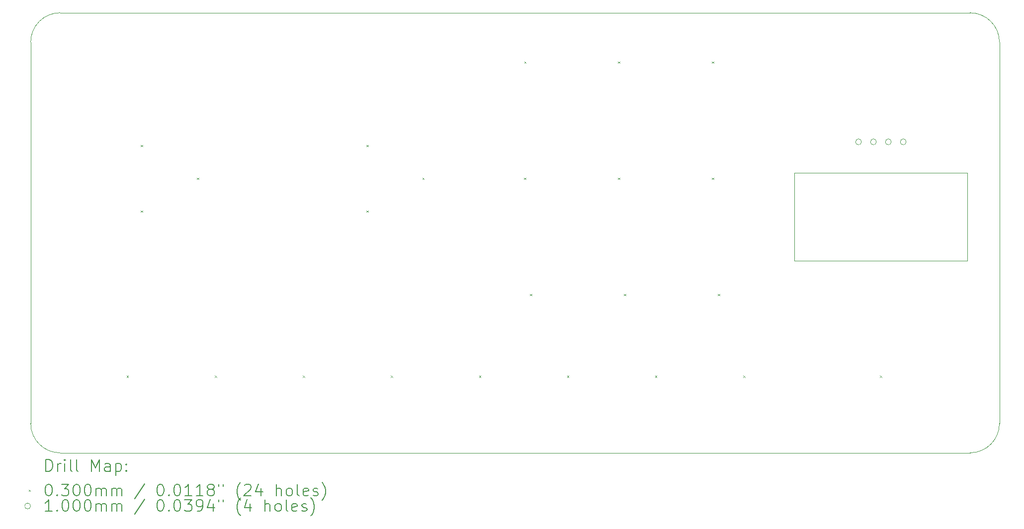
<source format=gbr>
%TF.GenerationSoftware,KiCad,Pcbnew,8.0.2*%
%TF.CreationDate,2024-05-04T10:09:35+05:30*%
%TF.ProjectId,macroglider,6d616372-6f67-46c6-9964-65722e6b6963,V1*%
%TF.SameCoordinates,Original*%
%TF.FileFunction,Drillmap*%
%TF.FilePolarity,Positive*%
%FSLAX45Y45*%
G04 Gerber Fmt 4.5, Leading zero omitted, Abs format (unit mm)*
G04 Created by KiCad (PCBNEW 8.0.2) date 2024-05-04 10:09:35*
%MOMM*%
%LPD*%
G01*
G04 APERTURE LIST*
%ADD10C,0.050000*%
%ADD11C,0.100000*%
%ADD12C,0.200000*%
G04 APERTURE END LIST*
D10*
X7500000Y-6000000D02*
G75*
G02*
X8000000Y-5500000I500000J0D01*
G01*
X8000000Y-13000000D02*
G75*
G02*
X7500000Y-12500000I0J500000D01*
G01*
X8000000Y-13000000D02*
X23500000Y-13000000D01*
X8000000Y-5500000D02*
X23500000Y-5500000D01*
X24000000Y-12500000D02*
G75*
G02*
X23500000Y-13000000I-500000J0D01*
G01*
X7500000Y-12500000D02*
X7500000Y-6000000D01*
X23500000Y-5500000D02*
G75*
G02*
X24000000Y-6000000I0J-500000D01*
G01*
X24000000Y-12500000D02*
X24000000Y-6000000D01*
D11*
X20509500Y-8230000D02*
X23452500Y-8230000D01*
X23452500Y-9731000D01*
X20509500Y-9731000D01*
X20509500Y-8230000D01*
D12*
D11*
X9135000Y-11685000D02*
X9165000Y-11715000D01*
X9165000Y-11685000D02*
X9135000Y-11715000D01*
X9377378Y-7751200D02*
X9407378Y-7781200D01*
X9407378Y-7751200D02*
X9377378Y-7781200D01*
X9377378Y-8868800D02*
X9407378Y-8898800D01*
X9407378Y-8868800D02*
X9377378Y-8898800D01*
X10329878Y-8310000D02*
X10359878Y-8340000D01*
X10359878Y-8310000D02*
X10329878Y-8340000D01*
X10635000Y-11685000D02*
X10665000Y-11715000D01*
X10665000Y-11685000D02*
X10635000Y-11715000D01*
X12135000Y-11685000D02*
X12165000Y-11715000D01*
X12165000Y-11685000D02*
X12135000Y-11715000D01*
X13217500Y-7751200D02*
X13247500Y-7781200D01*
X13247500Y-7751200D02*
X13217500Y-7781200D01*
X13217500Y-8868800D02*
X13247500Y-8898800D01*
X13247500Y-8868800D02*
X13217500Y-8898800D01*
X13635000Y-11685000D02*
X13665000Y-11715000D01*
X13665000Y-11685000D02*
X13635000Y-11715000D01*
X14170000Y-8310000D02*
X14200000Y-8340000D01*
X14200000Y-8310000D02*
X14170000Y-8340000D01*
X15135000Y-11685000D02*
X15165000Y-11715000D01*
X15165000Y-11685000D02*
X15135000Y-11715000D01*
X15905000Y-8310000D02*
X15935000Y-8340000D01*
X15935000Y-8310000D02*
X15905000Y-8340000D01*
X15905320Y-6330000D02*
X15935320Y-6360000D01*
X15935320Y-6330000D02*
X15905320Y-6360000D01*
X16005000Y-10290000D02*
X16035000Y-10320000D01*
X16035000Y-10290000D02*
X16005000Y-10320000D01*
X16635000Y-11685000D02*
X16665000Y-11715000D01*
X16665000Y-11685000D02*
X16635000Y-11715000D01*
X17505000Y-8310000D02*
X17535000Y-8340000D01*
X17535000Y-8310000D02*
X17505000Y-8340000D01*
X17505320Y-6330000D02*
X17535320Y-6360000D01*
X17535320Y-6330000D02*
X17505320Y-6360000D01*
X17605000Y-10290000D02*
X17635000Y-10320000D01*
X17635000Y-10290000D02*
X17605000Y-10320000D01*
X18135000Y-11685000D02*
X18165000Y-11715000D01*
X18165000Y-11685000D02*
X18135000Y-11715000D01*
X19105000Y-8310000D02*
X19135000Y-8340000D01*
X19135000Y-8310000D02*
X19105000Y-8340000D01*
X19105320Y-6330000D02*
X19135320Y-6360000D01*
X19135320Y-6330000D02*
X19105320Y-6360000D01*
X19205000Y-10290000D02*
X19235000Y-10320000D01*
X19235000Y-10290000D02*
X19205000Y-10320000D01*
X19635000Y-11685000D02*
X19665000Y-11715000D01*
X19665000Y-11685000D02*
X19635000Y-11715000D01*
X21966000Y-11685000D02*
X21996000Y-11715000D01*
X21996000Y-11685000D02*
X21966000Y-11715000D01*
X21650000Y-7700000D02*
G75*
G02*
X21550000Y-7700000I-50000J0D01*
G01*
X21550000Y-7700000D02*
G75*
G02*
X21650000Y-7700000I50000J0D01*
G01*
X21904000Y-7700000D02*
G75*
G02*
X21804000Y-7700000I-50000J0D01*
G01*
X21804000Y-7700000D02*
G75*
G02*
X21904000Y-7700000I50000J0D01*
G01*
X22158000Y-7700000D02*
G75*
G02*
X22058000Y-7700000I-50000J0D01*
G01*
X22058000Y-7700000D02*
G75*
G02*
X22158000Y-7700000I50000J0D01*
G01*
X22412000Y-7700000D02*
G75*
G02*
X22312000Y-7700000I-50000J0D01*
G01*
X22312000Y-7700000D02*
G75*
G02*
X22412000Y-7700000I50000J0D01*
G01*
D12*
X7758277Y-13313984D02*
X7758277Y-13113984D01*
X7758277Y-13113984D02*
X7805896Y-13113984D01*
X7805896Y-13113984D02*
X7834467Y-13123508D01*
X7834467Y-13123508D02*
X7853515Y-13142555D01*
X7853515Y-13142555D02*
X7863039Y-13161603D01*
X7863039Y-13161603D02*
X7872562Y-13199698D01*
X7872562Y-13199698D02*
X7872562Y-13228269D01*
X7872562Y-13228269D02*
X7863039Y-13266365D01*
X7863039Y-13266365D02*
X7853515Y-13285412D01*
X7853515Y-13285412D02*
X7834467Y-13304460D01*
X7834467Y-13304460D02*
X7805896Y-13313984D01*
X7805896Y-13313984D02*
X7758277Y-13313984D01*
X7958277Y-13313984D02*
X7958277Y-13180650D01*
X7958277Y-13218746D02*
X7967801Y-13199698D01*
X7967801Y-13199698D02*
X7977324Y-13190174D01*
X7977324Y-13190174D02*
X7996372Y-13180650D01*
X7996372Y-13180650D02*
X8015420Y-13180650D01*
X8082086Y-13313984D02*
X8082086Y-13180650D01*
X8082086Y-13113984D02*
X8072562Y-13123508D01*
X8072562Y-13123508D02*
X8082086Y-13133031D01*
X8082086Y-13133031D02*
X8091610Y-13123508D01*
X8091610Y-13123508D02*
X8082086Y-13113984D01*
X8082086Y-13113984D02*
X8082086Y-13133031D01*
X8205896Y-13313984D02*
X8186848Y-13304460D01*
X8186848Y-13304460D02*
X8177324Y-13285412D01*
X8177324Y-13285412D02*
X8177324Y-13113984D01*
X8310658Y-13313984D02*
X8291610Y-13304460D01*
X8291610Y-13304460D02*
X8282086Y-13285412D01*
X8282086Y-13285412D02*
X8282086Y-13113984D01*
X8539229Y-13313984D02*
X8539229Y-13113984D01*
X8539229Y-13113984D02*
X8605896Y-13256841D01*
X8605896Y-13256841D02*
X8672563Y-13113984D01*
X8672563Y-13113984D02*
X8672563Y-13313984D01*
X8853515Y-13313984D02*
X8853515Y-13209222D01*
X8853515Y-13209222D02*
X8843991Y-13190174D01*
X8843991Y-13190174D02*
X8824944Y-13180650D01*
X8824944Y-13180650D02*
X8786848Y-13180650D01*
X8786848Y-13180650D02*
X8767801Y-13190174D01*
X8853515Y-13304460D02*
X8834467Y-13313984D01*
X8834467Y-13313984D02*
X8786848Y-13313984D01*
X8786848Y-13313984D02*
X8767801Y-13304460D01*
X8767801Y-13304460D02*
X8758277Y-13285412D01*
X8758277Y-13285412D02*
X8758277Y-13266365D01*
X8758277Y-13266365D02*
X8767801Y-13247317D01*
X8767801Y-13247317D02*
X8786848Y-13237793D01*
X8786848Y-13237793D02*
X8834467Y-13237793D01*
X8834467Y-13237793D02*
X8853515Y-13228269D01*
X8948753Y-13180650D02*
X8948753Y-13380650D01*
X8948753Y-13190174D02*
X8967801Y-13180650D01*
X8967801Y-13180650D02*
X9005896Y-13180650D01*
X9005896Y-13180650D02*
X9024944Y-13190174D01*
X9024944Y-13190174D02*
X9034467Y-13199698D01*
X9034467Y-13199698D02*
X9043991Y-13218746D01*
X9043991Y-13218746D02*
X9043991Y-13275888D01*
X9043991Y-13275888D02*
X9034467Y-13294936D01*
X9034467Y-13294936D02*
X9024944Y-13304460D01*
X9024944Y-13304460D02*
X9005896Y-13313984D01*
X9005896Y-13313984D02*
X8967801Y-13313984D01*
X8967801Y-13313984D02*
X8948753Y-13304460D01*
X9129705Y-13294936D02*
X9139229Y-13304460D01*
X9139229Y-13304460D02*
X9129705Y-13313984D01*
X9129705Y-13313984D02*
X9120182Y-13304460D01*
X9120182Y-13304460D02*
X9129705Y-13294936D01*
X9129705Y-13294936D02*
X9129705Y-13313984D01*
X9129705Y-13190174D02*
X9139229Y-13199698D01*
X9139229Y-13199698D02*
X9129705Y-13209222D01*
X9129705Y-13209222D02*
X9120182Y-13199698D01*
X9120182Y-13199698D02*
X9129705Y-13190174D01*
X9129705Y-13190174D02*
X9129705Y-13209222D01*
D11*
X7467500Y-13627500D02*
X7497500Y-13657500D01*
X7497500Y-13627500D02*
X7467500Y-13657500D01*
D12*
X7796372Y-13533984D02*
X7815420Y-13533984D01*
X7815420Y-13533984D02*
X7834467Y-13543508D01*
X7834467Y-13543508D02*
X7843991Y-13553031D01*
X7843991Y-13553031D02*
X7853515Y-13572079D01*
X7853515Y-13572079D02*
X7863039Y-13610174D01*
X7863039Y-13610174D02*
X7863039Y-13657793D01*
X7863039Y-13657793D02*
X7853515Y-13695888D01*
X7853515Y-13695888D02*
X7843991Y-13714936D01*
X7843991Y-13714936D02*
X7834467Y-13724460D01*
X7834467Y-13724460D02*
X7815420Y-13733984D01*
X7815420Y-13733984D02*
X7796372Y-13733984D01*
X7796372Y-13733984D02*
X7777324Y-13724460D01*
X7777324Y-13724460D02*
X7767801Y-13714936D01*
X7767801Y-13714936D02*
X7758277Y-13695888D01*
X7758277Y-13695888D02*
X7748753Y-13657793D01*
X7748753Y-13657793D02*
X7748753Y-13610174D01*
X7748753Y-13610174D02*
X7758277Y-13572079D01*
X7758277Y-13572079D02*
X7767801Y-13553031D01*
X7767801Y-13553031D02*
X7777324Y-13543508D01*
X7777324Y-13543508D02*
X7796372Y-13533984D01*
X7948753Y-13714936D02*
X7958277Y-13724460D01*
X7958277Y-13724460D02*
X7948753Y-13733984D01*
X7948753Y-13733984D02*
X7939229Y-13724460D01*
X7939229Y-13724460D02*
X7948753Y-13714936D01*
X7948753Y-13714936D02*
X7948753Y-13733984D01*
X8024943Y-13533984D02*
X8148753Y-13533984D01*
X8148753Y-13533984D02*
X8082086Y-13610174D01*
X8082086Y-13610174D02*
X8110658Y-13610174D01*
X8110658Y-13610174D02*
X8129705Y-13619698D01*
X8129705Y-13619698D02*
X8139229Y-13629222D01*
X8139229Y-13629222D02*
X8148753Y-13648269D01*
X8148753Y-13648269D02*
X8148753Y-13695888D01*
X8148753Y-13695888D02*
X8139229Y-13714936D01*
X8139229Y-13714936D02*
X8129705Y-13724460D01*
X8129705Y-13724460D02*
X8110658Y-13733984D01*
X8110658Y-13733984D02*
X8053515Y-13733984D01*
X8053515Y-13733984D02*
X8034467Y-13724460D01*
X8034467Y-13724460D02*
X8024943Y-13714936D01*
X8272562Y-13533984D02*
X8291610Y-13533984D01*
X8291610Y-13533984D02*
X8310658Y-13543508D01*
X8310658Y-13543508D02*
X8320182Y-13553031D01*
X8320182Y-13553031D02*
X8329705Y-13572079D01*
X8329705Y-13572079D02*
X8339229Y-13610174D01*
X8339229Y-13610174D02*
X8339229Y-13657793D01*
X8339229Y-13657793D02*
X8329705Y-13695888D01*
X8329705Y-13695888D02*
X8320182Y-13714936D01*
X8320182Y-13714936D02*
X8310658Y-13724460D01*
X8310658Y-13724460D02*
X8291610Y-13733984D01*
X8291610Y-13733984D02*
X8272562Y-13733984D01*
X8272562Y-13733984D02*
X8253515Y-13724460D01*
X8253515Y-13724460D02*
X8243991Y-13714936D01*
X8243991Y-13714936D02*
X8234467Y-13695888D01*
X8234467Y-13695888D02*
X8224943Y-13657793D01*
X8224943Y-13657793D02*
X8224943Y-13610174D01*
X8224943Y-13610174D02*
X8234467Y-13572079D01*
X8234467Y-13572079D02*
X8243991Y-13553031D01*
X8243991Y-13553031D02*
X8253515Y-13543508D01*
X8253515Y-13543508D02*
X8272562Y-13533984D01*
X8463039Y-13533984D02*
X8482086Y-13533984D01*
X8482086Y-13533984D02*
X8501134Y-13543508D01*
X8501134Y-13543508D02*
X8510658Y-13553031D01*
X8510658Y-13553031D02*
X8520182Y-13572079D01*
X8520182Y-13572079D02*
X8529705Y-13610174D01*
X8529705Y-13610174D02*
X8529705Y-13657793D01*
X8529705Y-13657793D02*
X8520182Y-13695888D01*
X8520182Y-13695888D02*
X8510658Y-13714936D01*
X8510658Y-13714936D02*
X8501134Y-13724460D01*
X8501134Y-13724460D02*
X8482086Y-13733984D01*
X8482086Y-13733984D02*
X8463039Y-13733984D01*
X8463039Y-13733984D02*
X8443991Y-13724460D01*
X8443991Y-13724460D02*
X8434467Y-13714936D01*
X8434467Y-13714936D02*
X8424944Y-13695888D01*
X8424944Y-13695888D02*
X8415420Y-13657793D01*
X8415420Y-13657793D02*
X8415420Y-13610174D01*
X8415420Y-13610174D02*
X8424944Y-13572079D01*
X8424944Y-13572079D02*
X8434467Y-13553031D01*
X8434467Y-13553031D02*
X8443991Y-13543508D01*
X8443991Y-13543508D02*
X8463039Y-13533984D01*
X8615420Y-13733984D02*
X8615420Y-13600650D01*
X8615420Y-13619698D02*
X8624944Y-13610174D01*
X8624944Y-13610174D02*
X8643991Y-13600650D01*
X8643991Y-13600650D02*
X8672563Y-13600650D01*
X8672563Y-13600650D02*
X8691610Y-13610174D01*
X8691610Y-13610174D02*
X8701134Y-13629222D01*
X8701134Y-13629222D02*
X8701134Y-13733984D01*
X8701134Y-13629222D02*
X8710658Y-13610174D01*
X8710658Y-13610174D02*
X8729705Y-13600650D01*
X8729705Y-13600650D02*
X8758277Y-13600650D01*
X8758277Y-13600650D02*
X8777325Y-13610174D01*
X8777325Y-13610174D02*
X8786848Y-13629222D01*
X8786848Y-13629222D02*
X8786848Y-13733984D01*
X8882086Y-13733984D02*
X8882086Y-13600650D01*
X8882086Y-13619698D02*
X8891610Y-13610174D01*
X8891610Y-13610174D02*
X8910658Y-13600650D01*
X8910658Y-13600650D02*
X8939229Y-13600650D01*
X8939229Y-13600650D02*
X8958277Y-13610174D01*
X8958277Y-13610174D02*
X8967801Y-13629222D01*
X8967801Y-13629222D02*
X8967801Y-13733984D01*
X8967801Y-13629222D02*
X8977325Y-13610174D01*
X8977325Y-13610174D02*
X8996372Y-13600650D01*
X8996372Y-13600650D02*
X9024944Y-13600650D01*
X9024944Y-13600650D02*
X9043991Y-13610174D01*
X9043991Y-13610174D02*
X9053515Y-13629222D01*
X9053515Y-13629222D02*
X9053515Y-13733984D01*
X9443991Y-13524460D02*
X9272563Y-13781603D01*
X9701134Y-13533984D02*
X9720182Y-13533984D01*
X9720182Y-13533984D02*
X9739229Y-13543508D01*
X9739229Y-13543508D02*
X9748753Y-13553031D01*
X9748753Y-13553031D02*
X9758277Y-13572079D01*
X9758277Y-13572079D02*
X9767801Y-13610174D01*
X9767801Y-13610174D02*
X9767801Y-13657793D01*
X9767801Y-13657793D02*
X9758277Y-13695888D01*
X9758277Y-13695888D02*
X9748753Y-13714936D01*
X9748753Y-13714936D02*
X9739229Y-13724460D01*
X9739229Y-13724460D02*
X9720182Y-13733984D01*
X9720182Y-13733984D02*
X9701134Y-13733984D01*
X9701134Y-13733984D02*
X9682087Y-13724460D01*
X9682087Y-13724460D02*
X9672563Y-13714936D01*
X9672563Y-13714936D02*
X9663039Y-13695888D01*
X9663039Y-13695888D02*
X9653515Y-13657793D01*
X9653515Y-13657793D02*
X9653515Y-13610174D01*
X9653515Y-13610174D02*
X9663039Y-13572079D01*
X9663039Y-13572079D02*
X9672563Y-13553031D01*
X9672563Y-13553031D02*
X9682087Y-13543508D01*
X9682087Y-13543508D02*
X9701134Y-13533984D01*
X9853515Y-13714936D02*
X9863039Y-13724460D01*
X9863039Y-13724460D02*
X9853515Y-13733984D01*
X9853515Y-13733984D02*
X9843991Y-13724460D01*
X9843991Y-13724460D02*
X9853515Y-13714936D01*
X9853515Y-13714936D02*
X9853515Y-13733984D01*
X9986848Y-13533984D02*
X10005896Y-13533984D01*
X10005896Y-13533984D02*
X10024944Y-13543508D01*
X10024944Y-13543508D02*
X10034468Y-13553031D01*
X10034468Y-13553031D02*
X10043991Y-13572079D01*
X10043991Y-13572079D02*
X10053515Y-13610174D01*
X10053515Y-13610174D02*
X10053515Y-13657793D01*
X10053515Y-13657793D02*
X10043991Y-13695888D01*
X10043991Y-13695888D02*
X10034468Y-13714936D01*
X10034468Y-13714936D02*
X10024944Y-13724460D01*
X10024944Y-13724460D02*
X10005896Y-13733984D01*
X10005896Y-13733984D02*
X9986848Y-13733984D01*
X9986848Y-13733984D02*
X9967801Y-13724460D01*
X9967801Y-13724460D02*
X9958277Y-13714936D01*
X9958277Y-13714936D02*
X9948753Y-13695888D01*
X9948753Y-13695888D02*
X9939229Y-13657793D01*
X9939229Y-13657793D02*
X9939229Y-13610174D01*
X9939229Y-13610174D02*
X9948753Y-13572079D01*
X9948753Y-13572079D02*
X9958277Y-13553031D01*
X9958277Y-13553031D02*
X9967801Y-13543508D01*
X9967801Y-13543508D02*
X9986848Y-13533984D01*
X10243991Y-13733984D02*
X10129706Y-13733984D01*
X10186848Y-13733984D02*
X10186848Y-13533984D01*
X10186848Y-13533984D02*
X10167801Y-13562555D01*
X10167801Y-13562555D02*
X10148753Y-13581603D01*
X10148753Y-13581603D02*
X10129706Y-13591127D01*
X10434468Y-13733984D02*
X10320182Y-13733984D01*
X10377325Y-13733984D02*
X10377325Y-13533984D01*
X10377325Y-13533984D02*
X10358277Y-13562555D01*
X10358277Y-13562555D02*
X10339229Y-13581603D01*
X10339229Y-13581603D02*
X10320182Y-13591127D01*
X10548753Y-13619698D02*
X10529706Y-13610174D01*
X10529706Y-13610174D02*
X10520182Y-13600650D01*
X10520182Y-13600650D02*
X10510658Y-13581603D01*
X10510658Y-13581603D02*
X10510658Y-13572079D01*
X10510658Y-13572079D02*
X10520182Y-13553031D01*
X10520182Y-13553031D02*
X10529706Y-13543508D01*
X10529706Y-13543508D02*
X10548753Y-13533984D01*
X10548753Y-13533984D02*
X10586849Y-13533984D01*
X10586849Y-13533984D02*
X10605896Y-13543508D01*
X10605896Y-13543508D02*
X10615420Y-13553031D01*
X10615420Y-13553031D02*
X10624944Y-13572079D01*
X10624944Y-13572079D02*
X10624944Y-13581603D01*
X10624944Y-13581603D02*
X10615420Y-13600650D01*
X10615420Y-13600650D02*
X10605896Y-13610174D01*
X10605896Y-13610174D02*
X10586849Y-13619698D01*
X10586849Y-13619698D02*
X10548753Y-13619698D01*
X10548753Y-13619698D02*
X10529706Y-13629222D01*
X10529706Y-13629222D02*
X10520182Y-13638746D01*
X10520182Y-13638746D02*
X10510658Y-13657793D01*
X10510658Y-13657793D02*
X10510658Y-13695888D01*
X10510658Y-13695888D02*
X10520182Y-13714936D01*
X10520182Y-13714936D02*
X10529706Y-13724460D01*
X10529706Y-13724460D02*
X10548753Y-13733984D01*
X10548753Y-13733984D02*
X10586849Y-13733984D01*
X10586849Y-13733984D02*
X10605896Y-13724460D01*
X10605896Y-13724460D02*
X10615420Y-13714936D01*
X10615420Y-13714936D02*
X10624944Y-13695888D01*
X10624944Y-13695888D02*
X10624944Y-13657793D01*
X10624944Y-13657793D02*
X10615420Y-13638746D01*
X10615420Y-13638746D02*
X10605896Y-13629222D01*
X10605896Y-13629222D02*
X10586849Y-13619698D01*
X10701134Y-13533984D02*
X10701134Y-13572079D01*
X10777325Y-13533984D02*
X10777325Y-13572079D01*
X11072563Y-13810174D02*
X11063039Y-13800650D01*
X11063039Y-13800650D02*
X11043991Y-13772079D01*
X11043991Y-13772079D02*
X11034468Y-13753031D01*
X11034468Y-13753031D02*
X11024944Y-13724460D01*
X11024944Y-13724460D02*
X11015420Y-13676841D01*
X11015420Y-13676841D02*
X11015420Y-13638746D01*
X11015420Y-13638746D02*
X11024944Y-13591127D01*
X11024944Y-13591127D02*
X11034468Y-13562555D01*
X11034468Y-13562555D02*
X11043991Y-13543508D01*
X11043991Y-13543508D02*
X11063039Y-13514936D01*
X11063039Y-13514936D02*
X11072563Y-13505412D01*
X11139230Y-13553031D02*
X11148753Y-13543508D01*
X11148753Y-13543508D02*
X11167801Y-13533984D01*
X11167801Y-13533984D02*
X11215420Y-13533984D01*
X11215420Y-13533984D02*
X11234468Y-13543508D01*
X11234468Y-13543508D02*
X11243991Y-13553031D01*
X11243991Y-13553031D02*
X11253515Y-13572079D01*
X11253515Y-13572079D02*
X11253515Y-13591127D01*
X11253515Y-13591127D02*
X11243991Y-13619698D01*
X11243991Y-13619698D02*
X11129706Y-13733984D01*
X11129706Y-13733984D02*
X11253515Y-13733984D01*
X11424944Y-13600650D02*
X11424944Y-13733984D01*
X11377325Y-13524460D02*
X11329706Y-13667317D01*
X11329706Y-13667317D02*
X11453515Y-13667317D01*
X11682087Y-13733984D02*
X11682087Y-13533984D01*
X11767801Y-13733984D02*
X11767801Y-13629222D01*
X11767801Y-13629222D02*
X11758277Y-13610174D01*
X11758277Y-13610174D02*
X11739230Y-13600650D01*
X11739230Y-13600650D02*
X11710658Y-13600650D01*
X11710658Y-13600650D02*
X11691610Y-13610174D01*
X11691610Y-13610174D02*
X11682087Y-13619698D01*
X11891610Y-13733984D02*
X11872563Y-13724460D01*
X11872563Y-13724460D02*
X11863039Y-13714936D01*
X11863039Y-13714936D02*
X11853515Y-13695888D01*
X11853515Y-13695888D02*
X11853515Y-13638746D01*
X11853515Y-13638746D02*
X11863039Y-13619698D01*
X11863039Y-13619698D02*
X11872563Y-13610174D01*
X11872563Y-13610174D02*
X11891610Y-13600650D01*
X11891610Y-13600650D02*
X11920182Y-13600650D01*
X11920182Y-13600650D02*
X11939230Y-13610174D01*
X11939230Y-13610174D02*
X11948753Y-13619698D01*
X11948753Y-13619698D02*
X11958277Y-13638746D01*
X11958277Y-13638746D02*
X11958277Y-13695888D01*
X11958277Y-13695888D02*
X11948753Y-13714936D01*
X11948753Y-13714936D02*
X11939230Y-13724460D01*
X11939230Y-13724460D02*
X11920182Y-13733984D01*
X11920182Y-13733984D02*
X11891610Y-13733984D01*
X12072563Y-13733984D02*
X12053515Y-13724460D01*
X12053515Y-13724460D02*
X12043991Y-13705412D01*
X12043991Y-13705412D02*
X12043991Y-13533984D01*
X12224944Y-13724460D02*
X12205896Y-13733984D01*
X12205896Y-13733984D02*
X12167801Y-13733984D01*
X12167801Y-13733984D02*
X12148753Y-13724460D01*
X12148753Y-13724460D02*
X12139230Y-13705412D01*
X12139230Y-13705412D02*
X12139230Y-13629222D01*
X12139230Y-13629222D02*
X12148753Y-13610174D01*
X12148753Y-13610174D02*
X12167801Y-13600650D01*
X12167801Y-13600650D02*
X12205896Y-13600650D01*
X12205896Y-13600650D02*
X12224944Y-13610174D01*
X12224944Y-13610174D02*
X12234468Y-13629222D01*
X12234468Y-13629222D02*
X12234468Y-13648269D01*
X12234468Y-13648269D02*
X12139230Y-13667317D01*
X12310658Y-13724460D02*
X12329706Y-13733984D01*
X12329706Y-13733984D02*
X12367801Y-13733984D01*
X12367801Y-13733984D02*
X12386849Y-13724460D01*
X12386849Y-13724460D02*
X12396372Y-13705412D01*
X12396372Y-13705412D02*
X12396372Y-13695888D01*
X12396372Y-13695888D02*
X12386849Y-13676841D01*
X12386849Y-13676841D02*
X12367801Y-13667317D01*
X12367801Y-13667317D02*
X12339230Y-13667317D01*
X12339230Y-13667317D02*
X12320182Y-13657793D01*
X12320182Y-13657793D02*
X12310658Y-13638746D01*
X12310658Y-13638746D02*
X12310658Y-13629222D01*
X12310658Y-13629222D02*
X12320182Y-13610174D01*
X12320182Y-13610174D02*
X12339230Y-13600650D01*
X12339230Y-13600650D02*
X12367801Y-13600650D01*
X12367801Y-13600650D02*
X12386849Y-13610174D01*
X12463039Y-13810174D02*
X12472563Y-13800650D01*
X12472563Y-13800650D02*
X12491611Y-13772079D01*
X12491611Y-13772079D02*
X12501134Y-13753031D01*
X12501134Y-13753031D02*
X12510658Y-13724460D01*
X12510658Y-13724460D02*
X12520182Y-13676841D01*
X12520182Y-13676841D02*
X12520182Y-13638746D01*
X12520182Y-13638746D02*
X12510658Y-13591127D01*
X12510658Y-13591127D02*
X12501134Y-13562555D01*
X12501134Y-13562555D02*
X12491611Y-13543508D01*
X12491611Y-13543508D02*
X12472563Y-13514936D01*
X12472563Y-13514936D02*
X12463039Y-13505412D01*
D11*
X7497500Y-13906500D02*
G75*
G02*
X7397500Y-13906500I-50000J0D01*
G01*
X7397500Y-13906500D02*
G75*
G02*
X7497500Y-13906500I50000J0D01*
G01*
D12*
X7863039Y-13997984D02*
X7748753Y-13997984D01*
X7805896Y-13997984D02*
X7805896Y-13797984D01*
X7805896Y-13797984D02*
X7786848Y-13826555D01*
X7786848Y-13826555D02*
X7767801Y-13845603D01*
X7767801Y-13845603D02*
X7748753Y-13855127D01*
X7948753Y-13978936D02*
X7958277Y-13988460D01*
X7958277Y-13988460D02*
X7948753Y-13997984D01*
X7948753Y-13997984D02*
X7939229Y-13988460D01*
X7939229Y-13988460D02*
X7948753Y-13978936D01*
X7948753Y-13978936D02*
X7948753Y-13997984D01*
X8082086Y-13797984D02*
X8101134Y-13797984D01*
X8101134Y-13797984D02*
X8120182Y-13807508D01*
X8120182Y-13807508D02*
X8129705Y-13817031D01*
X8129705Y-13817031D02*
X8139229Y-13836079D01*
X8139229Y-13836079D02*
X8148753Y-13874174D01*
X8148753Y-13874174D02*
X8148753Y-13921793D01*
X8148753Y-13921793D02*
X8139229Y-13959888D01*
X8139229Y-13959888D02*
X8129705Y-13978936D01*
X8129705Y-13978936D02*
X8120182Y-13988460D01*
X8120182Y-13988460D02*
X8101134Y-13997984D01*
X8101134Y-13997984D02*
X8082086Y-13997984D01*
X8082086Y-13997984D02*
X8063039Y-13988460D01*
X8063039Y-13988460D02*
X8053515Y-13978936D01*
X8053515Y-13978936D02*
X8043991Y-13959888D01*
X8043991Y-13959888D02*
X8034467Y-13921793D01*
X8034467Y-13921793D02*
X8034467Y-13874174D01*
X8034467Y-13874174D02*
X8043991Y-13836079D01*
X8043991Y-13836079D02*
X8053515Y-13817031D01*
X8053515Y-13817031D02*
X8063039Y-13807508D01*
X8063039Y-13807508D02*
X8082086Y-13797984D01*
X8272562Y-13797984D02*
X8291610Y-13797984D01*
X8291610Y-13797984D02*
X8310658Y-13807508D01*
X8310658Y-13807508D02*
X8320182Y-13817031D01*
X8320182Y-13817031D02*
X8329705Y-13836079D01*
X8329705Y-13836079D02*
X8339229Y-13874174D01*
X8339229Y-13874174D02*
X8339229Y-13921793D01*
X8339229Y-13921793D02*
X8329705Y-13959888D01*
X8329705Y-13959888D02*
X8320182Y-13978936D01*
X8320182Y-13978936D02*
X8310658Y-13988460D01*
X8310658Y-13988460D02*
X8291610Y-13997984D01*
X8291610Y-13997984D02*
X8272562Y-13997984D01*
X8272562Y-13997984D02*
X8253515Y-13988460D01*
X8253515Y-13988460D02*
X8243991Y-13978936D01*
X8243991Y-13978936D02*
X8234467Y-13959888D01*
X8234467Y-13959888D02*
X8224943Y-13921793D01*
X8224943Y-13921793D02*
X8224943Y-13874174D01*
X8224943Y-13874174D02*
X8234467Y-13836079D01*
X8234467Y-13836079D02*
X8243991Y-13817031D01*
X8243991Y-13817031D02*
X8253515Y-13807508D01*
X8253515Y-13807508D02*
X8272562Y-13797984D01*
X8463039Y-13797984D02*
X8482086Y-13797984D01*
X8482086Y-13797984D02*
X8501134Y-13807508D01*
X8501134Y-13807508D02*
X8510658Y-13817031D01*
X8510658Y-13817031D02*
X8520182Y-13836079D01*
X8520182Y-13836079D02*
X8529705Y-13874174D01*
X8529705Y-13874174D02*
X8529705Y-13921793D01*
X8529705Y-13921793D02*
X8520182Y-13959888D01*
X8520182Y-13959888D02*
X8510658Y-13978936D01*
X8510658Y-13978936D02*
X8501134Y-13988460D01*
X8501134Y-13988460D02*
X8482086Y-13997984D01*
X8482086Y-13997984D02*
X8463039Y-13997984D01*
X8463039Y-13997984D02*
X8443991Y-13988460D01*
X8443991Y-13988460D02*
X8434467Y-13978936D01*
X8434467Y-13978936D02*
X8424944Y-13959888D01*
X8424944Y-13959888D02*
X8415420Y-13921793D01*
X8415420Y-13921793D02*
X8415420Y-13874174D01*
X8415420Y-13874174D02*
X8424944Y-13836079D01*
X8424944Y-13836079D02*
X8434467Y-13817031D01*
X8434467Y-13817031D02*
X8443991Y-13807508D01*
X8443991Y-13807508D02*
X8463039Y-13797984D01*
X8615420Y-13997984D02*
X8615420Y-13864650D01*
X8615420Y-13883698D02*
X8624944Y-13874174D01*
X8624944Y-13874174D02*
X8643991Y-13864650D01*
X8643991Y-13864650D02*
X8672563Y-13864650D01*
X8672563Y-13864650D02*
X8691610Y-13874174D01*
X8691610Y-13874174D02*
X8701134Y-13893222D01*
X8701134Y-13893222D02*
X8701134Y-13997984D01*
X8701134Y-13893222D02*
X8710658Y-13874174D01*
X8710658Y-13874174D02*
X8729705Y-13864650D01*
X8729705Y-13864650D02*
X8758277Y-13864650D01*
X8758277Y-13864650D02*
X8777325Y-13874174D01*
X8777325Y-13874174D02*
X8786848Y-13893222D01*
X8786848Y-13893222D02*
X8786848Y-13997984D01*
X8882086Y-13997984D02*
X8882086Y-13864650D01*
X8882086Y-13883698D02*
X8891610Y-13874174D01*
X8891610Y-13874174D02*
X8910658Y-13864650D01*
X8910658Y-13864650D02*
X8939229Y-13864650D01*
X8939229Y-13864650D02*
X8958277Y-13874174D01*
X8958277Y-13874174D02*
X8967801Y-13893222D01*
X8967801Y-13893222D02*
X8967801Y-13997984D01*
X8967801Y-13893222D02*
X8977325Y-13874174D01*
X8977325Y-13874174D02*
X8996372Y-13864650D01*
X8996372Y-13864650D02*
X9024944Y-13864650D01*
X9024944Y-13864650D02*
X9043991Y-13874174D01*
X9043991Y-13874174D02*
X9053515Y-13893222D01*
X9053515Y-13893222D02*
X9053515Y-13997984D01*
X9443991Y-13788460D02*
X9272563Y-14045603D01*
X9701134Y-13797984D02*
X9720182Y-13797984D01*
X9720182Y-13797984D02*
X9739229Y-13807508D01*
X9739229Y-13807508D02*
X9748753Y-13817031D01*
X9748753Y-13817031D02*
X9758277Y-13836079D01*
X9758277Y-13836079D02*
X9767801Y-13874174D01*
X9767801Y-13874174D02*
X9767801Y-13921793D01*
X9767801Y-13921793D02*
X9758277Y-13959888D01*
X9758277Y-13959888D02*
X9748753Y-13978936D01*
X9748753Y-13978936D02*
X9739229Y-13988460D01*
X9739229Y-13988460D02*
X9720182Y-13997984D01*
X9720182Y-13997984D02*
X9701134Y-13997984D01*
X9701134Y-13997984D02*
X9682087Y-13988460D01*
X9682087Y-13988460D02*
X9672563Y-13978936D01*
X9672563Y-13978936D02*
X9663039Y-13959888D01*
X9663039Y-13959888D02*
X9653515Y-13921793D01*
X9653515Y-13921793D02*
X9653515Y-13874174D01*
X9653515Y-13874174D02*
X9663039Y-13836079D01*
X9663039Y-13836079D02*
X9672563Y-13817031D01*
X9672563Y-13817031D02*
X9682087Y-13807508D01*
X9682087Y-13807508D02*
X9701134Y-13797984D01*
X9853515Y-13978936D02*
X9863039Y-13988460D01*
X9863039Y-13988460D02*
X9853515Y-13997984D01*
X9853515Y-13997984D02*
X9843991Y-13988460D01*
X9843991Y-13988460D02*
X9853515Y-13978936D01*
X9853515Y-13978936D02*
X9853515Y-13997984D01*
X9986848Y-13797984D02*
X10005896Y-13797984D01*
X10005896Y-13797984D02*
X10024944Y-13807508D01*
X10024944Y-13807508D02*
X10034468Y-13817031D01*
X10034468Y-13817031D02*
X10043991Y-13836079D01*
X10043991Y-13836079D02*
X10053515Y-13874174D01*
X10053515Y-13874174D02*
X10053515Y-13921793D01*
X10053515Y-13921793D02*
X10043991Y-13959888D01*
X10043991Y-13959888D02*
X10034468Y-13978936D01*
X10034468Y-13978936D02*
X10024944Y-13988460D01*
X10024944Y-13988460D02*
X10005896Y-13997984D01*
X10005896Y-13997984D02*
X9986848Y-13997984D01*
X9986848Y-13997984D02*
X9967801Y-13988460D01*
X9967801Y-13988460D02*
X9958277Y-13978936D01*
X9958277Y-13978936D02*
X9948753Y-13959888D01*
X9948753Y-13959888D02*
X9939229Y-13921793D01*
X9939229Y-13921793D02*
X9939229Y-13874174D01*
X9939229Y-13874174D02*
X9948753Y-13836079D01*
X9948753Y-13836079D02*
X9958277Y-13817031D01*
X9958277Y-13817031D02*
X9967801Y-13807508D01*
X9967801Y-13807508D02*
X9986848Y-13797984D01*
X10120182Y-13797984D02*
X10243991Y-13797984D01*
X10243991Y-13797984D02*
X10177325Y-13874174D01*
X10177325Y-13874174D02*
X10205896Y-13874174D01*
X10205896Y-13874174D02*
X10224944Y-13883698D01*
X10224944Y-13883698D02*
X10234468Y-13893222D01*
X10234468Y-13893222D02*
X10243991Y-13912269D01*
X10243991Y-13912269D02*
X10243991Y-13959888D01*
X10243991Y-13959888D02*
X10234468Y-13978936D01*
X10234468Y-13978936D02*
X10224944Y-13988460D01*
X10224944Y-13988460D02*
X10205896Y-13997984D01*
X10205896Y-13997984D02*
X10148753Y-13997984D01*
X10148753Y-13997984D02*
X10129706Y-13988460D01*
X10129706Y-13988460D02*
X10120182Y-13978936D01*
X10339229Y-13997984D02*
X10377325Y-13997984D01*
X10377325Y-13997984D02*
X10396372Y-13988460D01*
X10396372Y-13988460D02*
X10405896Y-13978936D01*
X10405896Y-13978936D02*
X10424944Y-13950365D01*
X10424944Y-13950365D02*
X10434468Y-13912269D01*
X10434468Y-13912269D02*
X10434468Y-13836079D01*
X10434468Y-13836079D02*
X10424944Y-13817031D01*
X10424944Y-13817031D02*
X10415420Y-13807508D01*
X10415420Y-13807508D02*
X10396372Y-13797984D01*
X10396372Y-13797984D02*
X10358277Y-13797984D01*
X10358277Y-13797984D02*
X10339229Y-13807508D01*
X10339229Y-13807508D02*
X10329706Y-13817031D01*
X10329706Y-13817031D02*
X10320182Y-13836079D01*
X10320182Y-13836079D02*
X10320182Y-13883698D01*
X10320182Y-13883698D02*
X10329706Y-13902746D01*
X10329706Y-13902746D02*
X10339229Y-13912269D01*
X10339229Y-13912269D02*
X10358277Y-13921793D01*
X10358277Y-13921793D02*
X10396372Y-13921793D01*
X10396372Y-13921793D02*
X10415420Y-13912269D01*
X10415420Y-13912269D02*
X10424944Y-13902746D01*
X10424944Y-13902746D02*
X10434468Y-13883698D01*
X10605896Y-13864650D02*
X10605896Y-13997984D01*
X10558277Y-13788460D02*
X10510658Y-13931317D01*
X10510658Y-13931317D02*
X10634468Y-13931317D01*
X10701134Y-13797984D02*
X10701134Y-13836079D01*
X10777325Y-13797984D02*
X10777325Y-13836079D01*
X11072563Y-14074174D02*
X11063039Y-14064650D01*
X11063039Y-14064650D02*
X11043991Y-14036079D01*
X11043991Y-14036079D02*
X11034468Y-14017031D01*
X11034468Y-14017031D02*
X11024944Y-13988460D01*
X11024944Y-13988460D02*
X11015420Y-13940841D01*
X11015420Y-13940841D02*
X11015420Y-13902746D01*
X11015420Y-13902746D02*
X11024944Y-13855127D01*
X11024944Y-13855127D02*
X11034468Y-13826555D01*
X11034468Y-13826555D02*
X11043991Y-13807508D01*
X11043991Y-13807508D02*
X11063039Y-13778936D01*
X11063039Y-13778936D02*
X11072563Y-13769412D01*
X11234468Y-13864650D02*
X11234468Y-13997984D01*
X11186848Y-13788460D02*
X11139230Y-13931317D01*
X11139230Y-13931317D02*
X11263039Y-13931317D01*
X11491610Y-13997984D02*
X11491610Y-13797984D01*
X11577325Y-13997984D02*
X11577325Y-13893222D01*
X11577325Y-13893222D02*
X11567801Y-13874174D01*
X11567801Y-13874174D02*
X11548753Y-13864650D01*
X11548753Y-13864650D02*
X11520182Y-13864650D01*
X11520182Y-13864650D02*
X11501134Y-13874174D01*
X11501134Y-13874174D02*
X11491610Y-13883698D01*
X11701134Y-13997984D02*
X11682087Y-13988460D01*
X11682087Y-13988460D02*
X11672563Y-13978936D01*
X11672563Y-13978936D02*
X11663039Y-13959888D01*
X11663039Y-13959888D02*
X11663039Y-13902746D01*
X11663039Y-13902746D02*
X11672563Y-13883698D01*
X11672563Y-13883698D02*
X11682087Y-13874174D01*
X11682087Y-13874174D02*
X11701134Y-13864650D01*
X11701134Y-13864650D02*
X11729706Y-13864650D01*
X11729706Y-13864650D02*
X11748753Y-13874174D01*
X11748753Y-13874174D02*
X11758277Y-13883698D01*
X11758277Y-13883698D02*
X11767801Y-13902746D01*
X11767801Y-13902746D02*
X11767801Y-13959888D01*
X11767801Y-13959888D02*
X11758277Y-13978936D01*
X11758277Y-13978936D02*
X11748753Y-13988460D01*
X11748753Y-13988460D02*
X11729706Y-13997984D01*
X11729706Y-13997984D02*
X11701134Y-13997984D01*
X11882087Y-13997984D02*
X11863039Y-13988460D01*
X11863039Y-13988460D02*
X11853515Y-13969412D01*
X11853515Y-13969412D02*
X11853515Y-13797984D01*
X12034468Y-13988460D02*
X12015420Y-13997984D01*
X12015420Y-13997984D02*
X11977325Y-13997984D01*
X11977325Y-13997984D02*
X11958277Y-13988460D01*
X11958277Y-13988460D02*
X11948753Y-13969412D01*
X11948753Y-13969412D02*
X11948753Y-13893222D01*
X11948753Y-13893222D02*
X11958277Y-13874174D01*
X11958277Y-13874174D02*
X11977325Y-13864650D01*
X11977325Y-13864650D02*
X12015420Y-13864650D01*
X12015420Y-13864650D02*
X12034468Y-13874174D01*
X12034468Y-13874174D02*
X12043991Y-13893222D01*
X12043991Y-13893222D02*
X12043991Y-13912269D01*
X12043991Y-13912269D02*
X11948753Y-13931317D01*
X12120182Y-13988460D02*
X12139230Y-13997984D01*
X12139230Y-13997984D02*
X12177325Y-13997984D01*
X12177325Y-13997984D02*
X12196372Y-13988460D01*
X12196372Y-13988460D02*
X12205896Y-13969412D01*
X12205896Y-13969412D02*
X12205896Y-13959888D01*
X12205896Y-13959888D02*
X12196372Y-13940841D01*
X12196372Y-13940841D02*
X12177325Y-13931317D01*
X12177325Y-13931317D02*
X12148753Y-13931317D01*
X12148753Y-13931317D02*
X12129706Y-13921793D01*
X12129706Y-13921793D02*
X12120182Y-13902746D01*
X12120182Y-13902746D02*
X12120182Y-13893222D01*
X12120182Y-13893222D02*
X12129706Y-13874174D01*
X12129706Y-13874174D02*
X12148753Y-13864650D01*
X12148753Y-13864650D02*
X12177325Y-13864650D01*
X12177325Y-13864650D02*
X12196372Y-13874174D01*
X12272563Y-14074174D02*
X12282087Y-14064650D01*
X12282087Y-14064650D02*
X12301134Y-14036079D01*
X12301134Y-14036079D02*
X12310658Y-14017031D01*
X12310658Y-14017031D02*
X12320182Y-13988460D01*
X12320182Y-13988460D02*
X12329706Y-13940841D01*
X12329706Y-13940841D02*
X12329706Y-13902746D01*
X12329706Y-13902746D02*
X12320182Y-13855127D01*
X12320182Y-13855127D02*
X12310658Y-13826555D01*
X12310658Y-13826555D02*
X12301134Y-13807508D01*
X12301134Y-13807508D02*
X12282087Y-13778936D01*
X12282087Y-13778936D02*
X12272563Y-13769412D01*
M02*

</source>
